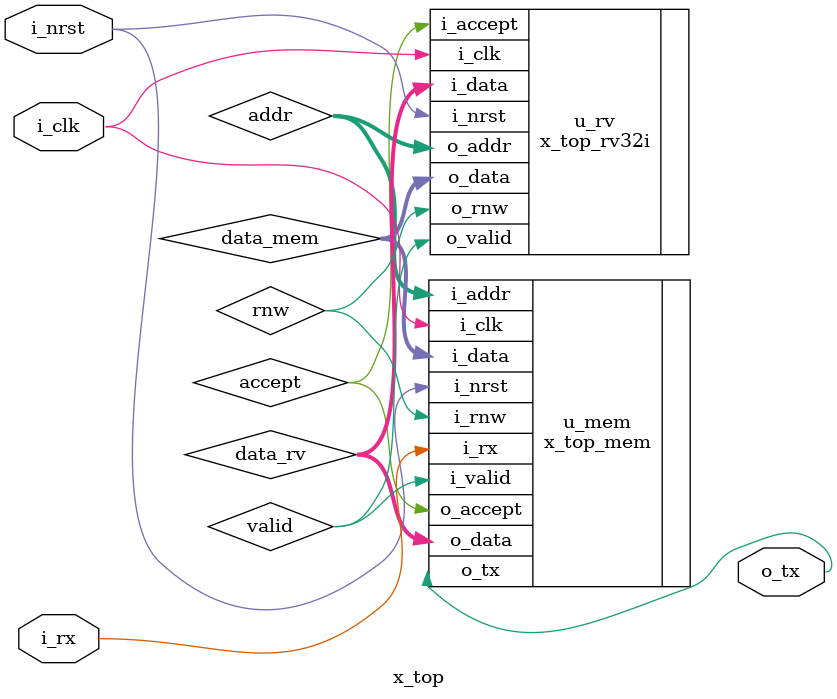
<source format=sv>
module x_top #(
   p_clk_hz    = 12000000, 
   p_baud      = 9600,
   p_timeout   = 100000
)(
   input    logic       i_clk,
   input    logic       i_nrst,
   input    logic       i_rx,
   output   logic       o_tx
);
 
   logic          rnw;
   logic          valid;
   logic          accept;
   logic [31:0]   addr;
   logic [31:0]   data_rv; 
   logic [31:0]   data_mem;

   x_top_rv32i u_rv (
      .i_clk      (i_clk      ),
      .i_nrst     (i_nrst     ), 
      .i_data     (data_rv    ), 
      .i_accept   (accept     ),
      .o_valid    (valid      ),  
      .o_rnw      (rnw        ),
      .o_addr     (addr       ),
      .o_data     (data_mem   )
   );

   x_top_mem #(
      .p_clk_hz   (p_clk_hz   ),
      .p_baud     (p_baud     ),
      .p_timeout  (p_timeout  )
   ) u_mem (
      .i_clk      (i_clk      ),
      .i_nrst     (i_nrst     ),
      .i_rnw      (rnw        ),
      .i_valid    (valid      ),
      .o_accept   (accept     ),
      .i_addr     (addr       ),
      .i_data     (data_mem   ),
      .o_data     (data_rv    ),
      .i_rx       (i_rx       ),
      .o_tx       (o_tx       )
   );

endmodule

</source>
